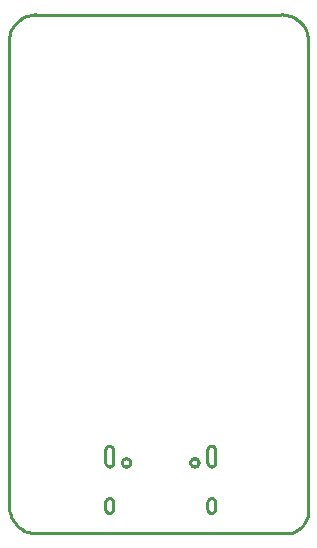
<source format=gbr>
G04 EAGLE Gerber RS-274X export*
G75*
%MOMM*%
%FSLAX34Y34*%
%LPD*%
%IN*%
%IPPOS*%
%AMOC8*
5,1,8,0,0,1.08239X$1,22.5*%
G01*
%ADD10C,0.254000*%


D10*
X1635Y30090D02*
X1503Y28065D01*
X1549Y26037D01*
X1770Y24020D01*
X2167Y22031D01*
X2736Y20083D01*
X3472Y18193D01*
X4371Y16374D01*
X5424Y14640D01*
X6624Y13004D01*
X7963Y11479D01*
X9429Y10077D01*
X11012Y8808D01*
X12700Y7682D01*
X14479Y6707D01*
X16336Y5890D01*
X18258Y5239D01*
X20229Y4758D01*
X22234Y4450D01*
X24259Y4319D01*
X26287Y4364D01*
X24540Y4375D01*
X235080Y4375D01*
X236100Y4329D01*
X237752Y4427D01*
X239390Y4670D01*
X241000Y5053D01*
X242571Y5576D01*
X244090Y6234D01*
X245546Y7022D01*
X246928Y7933D01*
X248225Y8961D01*
X249428Y10099D01*
X250527Y11337D01*
X251513Y12666D01*
X252381Y14076D01*
X253122Y15557D01*
X253731Y17096D01*
X254203Y18682D01*
X254536Y20304D01*
X254635Y21010D01*
X254635Y418670D01*
X254764Y420637D01*
X254721Y422608D01*
X254506Y424567D01*
X254121Y426500D01*
X253570Y428392D01*
X252855Y430229D01*
X251983Y431997D01*
X250961Y433682D01*
X249795Y435272D01*
X248495Y436754D01*
X247071Y438117D01*
X245534Y439350D01*
X243895Y440445D01*
X242167Y441393D01*
X240363Y442187D01*
X238496Y442820D01*
X236582Y443289D01*
X234634Y443588D01*
X232667Y443717D01*
X230696Y443674D01*
X230696Y443674D01*
X228095Y443670D01*
X24365Y443670D01*
X23664Y443719D01*
X21697Y443596D01*
X19748Y443303D01*
X17832Y442840D01*
X15963Y442213D01*
X14157Y441424D01*
X12426Y440482D01*
X10783Y439392D01*
X9242Y438163D01*
X7814Y436805D01*
X6510Y435327D01*
X5339Y433741D01*
X4312Y432059D01*
X3434Y430294D01*
X2714Y428459D01*
X2157Y426569D01*
X1766Y424637D01*
X1635Y423670D01*
X1635Y30090D01*
X169490Y24940D02*
X169502Y24657D01*
X169539Y24376D01*
X169601Y24099D01*
X169686Y23828D01*
X169795Y23567D01*
X169925Y23315D01*
X170078Y23076D01*
X170250Y22851D01*
X170442Y22642D01*
X170651Y22450D01*
X170876Y22278D01*
X171115Y22125D01*
X171367Y21995D01*
X171628Y21886D01*
X171899Y21801D01*
X172176Y21739D01*
X172457Y21702D01*
X172740Y21690D01*
X173023Y21702D01*
X173304Y21739D01*
X173581Y21801D01*
X173852Y21886D01*
X174114Y21995D01*
X174365Y22125D01*
X174604Y22278D01*
X174829Y22450D01*
X175038Y22642D01*
X175230Y22851D01*
X175402Y23076D01*
X175555Y23315D01*
X175686Y23567D01*
X175794Y23828D01*
X175879Y24099D01*
X175941Y24376D01*
X175978Y24657D01*
X175990Y24940D01*
X175990Y30940D01*
X175978Y31223D01*
X175941Y31504D01*
X175879Y31781D01*
X175794Y32052D01*
X175686Y32314D01*
X175555Y32565D01*
X175402Y32804D01*
X175230Y33029D01*
X175038Y33238D01*
X174829Y33430D01*
X174604Y33602D01*
X174365Y33755D01*
X174114Y33886D01*
X173852Y33994D01*
X173581Y34079D01*
X173304Y34141D01*
X173023Y34178D01*
X172740Y34190D01*
X172457Y34178D01*
X172176Y34141D01*
X171899Y34079D01*
X171628Y33994D01*
X171367Y33886D01*
X171115Y33755D01*
X170876Y33602D01*
X170651Y33430D01*
X170442Y33238D01*
X170250Y33029D01*
X170078Y32804D01*
X169925Y32565D01*
X169795Y32314D01*
X169686Y32052D01*
X169601Y31781D01*
X169539Y31504D01*
X169502Y31223D01*
X169490Y30940D01*
X169490Y24940D01*
X83090Y24940D02*
X83102Y24657D01*
X83139Y24376D01*
X83201Y24099D01*
X83286Y23828D01*
X83395Y23567D01*
X83525Y23315D01*
X83678Y23076D01*
X83850Y22851D01*
X84042Y22642D01*
X84251Y22450D01*
X84476Y22278D01*
X84715Y22125D01*
X84967Y21995D01*
X85228Y21886D01*
X85499Y21801D01*
X85776Y21739D01*
X86057Y21702D01*
X86340Y21690D01*
X86623Y21702D01*
X86904Y21739D01*
X87181Y21801D01*
X87452Y21886D01*
X87714Y21995D01*
X87965Y22125D01*
X88204Y22278D01*
X88429Y22450D01*
X88638Y22642D01*
X88830Y22851D01*
X89002Y23076D01*
X89155Y23315D01*
X89286Y23567D01*
X89394Y23828D01*
X89479Y24099D01*
X89541Y24376D01*
X89578Y24657D01*
X89590Y24940D01*
X89590Y30940D01*
X89578Y31223D01*
X89541Y31504D01*
X89479Y31781D01*
X89394Y32052D01*
X89286Y32314D01*
X89155Y32565D01*
X89002Y32804D01*
X88830Y33029D01*
X88638Y33238D01*
X88429Y33430D01*
X88204Y33602D01*
X87965Y33755D01*
X87714Y33886D01*
X87452Y33994D01*
X87181Y34079D01*
X86904Y34141D01*
X86623Y34178D01*
X86340Y34190D01*
X86057Y34178D01*
X85776Y34141D01*
X85499Y34079D01*
X85228Y33994D01*
X84967Y33886D01*
X84715Y33755D01*
X84476Y33602D01*
X84251Y33430D01*
X84042Y33238D01*
X83850Y33029D01*
X83678Y32804D01*
X83525Y32565D01*
X83395Y32314D01*
X83286Y32052D01*
X83201Y31781D01*
X83139Y31504D01*
X83102Y31223D01*
X83090Y30940D01*
X83090Y24940D01*
X169490Y64240D02*
X169502Y63957D01*
X169539Y63676D01*
X169601Y63399D01*
X169686Y63128D01*
X169795Y62867D01*
X169925Y62615D01*
X170078Y62376D01*
X170250Y62151D01*
X170442Y61942D01*
X170651Y61750D01*
X170876Y61578D01*
X171115Y61425D01*
X171367Y61295D01*
X171628Y61186D01*
X171899Y61101D01*
X172176Y61039D01*
X172457Y61002D01*
X172740Y60990D01*
X173023Y61002D01*
X173304Y61039D01*
X173581Y61101D01*
X173852Y61186D01*
X174114Y61295D01*
X174365Y61425D01*
X174604Y61578D01*
X174829Y61750D01*
X175038Y61942D01*
X175230Y62151D01*
X175402Y62376D01*
X175555Y62615D01*
X175686Y62867D01*
X175794Y63128D01*
X175879Y63399D01*
X175941Y63676D01*
X175978Y63957D01*
X175990Y64240D01*
X175990Y75240D01*
X175978Y75523D01*
X175941Y75804D01*
X175879Y76081D01*
X175794Y76352D01*
X175686Y76614D01*
X175555Y76865D01*
X175402Y77104D01*
X175230Y77329D01*
X175038Y77538D01*
X174829Y77730D01*
X174604Y77902D01*
X174365Y78055D01*
X174114Y78186D01*
X173852Y78294D01*
X173581Y78379D01*
X173304Y78441D01*
X173023Y78478D01*
X172740Y78490D01*
X172457Y78478D01*
X172176Y78441D01*
X171899Y78379D01*
X171628Y78294D01*
X171367Y78186D01*
X171115Y78055D01*
X170876Y77902D01*
X170651Y77730D01*
X170442Y77538D01*
X170250Y77329D01*
X170078Y77104D01*
X169925Y76865D01*
X169795Y76614D01*
X169686Y76352D01*
X169601Y76081D01*
X169539Y75804D01*
X169502Y75523D01*
X169490Y75240D01*
X169490Y64240D01*
X83090Y64240D02*
X83102Y63957D01*
X83139Y63676D01*
X83201Y63399D01*
X83286Y63128D01*
X83395Y62867D01*
X83525Y62615D01*
X83678Y62376D01*
X83850Y62151D01*
X84042Y61942D01*
X84251Y61750D01*
X84476Y61578D01*
X84715Y61425D01*
X84967Y61295D01*
X85228Y61186D01*
X85499Y61101D01*
X85776Y61039D01*
X86057Y61002D01*
X86340Y60990D01*
X86623Y61002D01*
X86904Y61039D01*
X87181Y61101D01*
X87452Y61186D01*
X87714Y61295D01*
X87965Y61425D01*
X88204Y61578D01*
X88429Y61750D01*
X88638Y61942D01*
X88830Y62151D01*
X89002Y62376D01*
X89155Y62615D01*
X89286Y62867D01*
X89394Y63128D01*
X89479Y63399D01*
X89541Y63676D01*
X89578Y63957D01*
X89590Y64240D01*
X89590Y75240D01*
X89578Y75523D01*
X89541Y75804D01*
X89479Y76081D01*
X89394Y76352D01*
X89286Y76614D01*
X89155Y76865D01*
X89002Y77104D01*
X88830Y77329D01*
X88638Y77538D01*
X88429Y77730D01*
X88204Y77902D01*
X87965Y78055D01*
X87714Y78186D01*
X87452Y78294D01*
X87181Y78379D01*
X86904Y78441D01*
X86623Y78478D01*
X86340Y78490D01*
X86057Y78478D01*
X85776Y78441D01*
X85499Y78379D01*
X85228Y78294D01*
X84967Y78186D01*
X84715Y78055D01*
X84476Y77902D01*
X84251Y77730D01*
X84042Y77538D01*
X83850Y77329D01*
X83678Y77104D01*
X83525Y76865D01*
X83395Y76614D01*
X83286Y76352D01*
X83201Y76081D01*
X83139Y75804D01*
X83102Y75523D01*
X83090Y75240D01*
X83090Y64240D01*
X104140Y64211D02*
X104080Y63756D01*
X103961Y63313D01*
X103786Y62889D01*
X103556Y62491D01*
X103277Y62127D01*
X102953Y61803D01*
X102589Y61524D01*
X102191Y61294D01*
X101767Y61119D01*
X101324Y61000D01*
X100869Y60940D01*
X100411Y60940D01*
X99956Y61000D01*
X99513Y61119D01*
X99089Y61294D01*
X98691Y61524D01*
X98327Y61803D01*
X98003Y62127D01*
X97724Y62491D01*
X97494Y62889D01*
X97319Y63313D01*
X97200Y63756D01*
X97140Y64211D01*
X97140Y64669D01*
X97200Y65124D01*
X97319Y65567D01*
X97494Y65991D01*
X97724Y66389D01*
X98003Y66753D01*
X98327Y67077D01*
X98691Y67356D01*
X99089Y67586D01*
X99513Y67761D01*
X99956Y67880D01*
X100411Y67940D01*
X100869Y67940D01*
X101324Y67880D01*
X101767Y67761D01*
X102191Y67586D01*
X102589Y67356D01*
X102953Y67077D01*
X103277Y66753D01*
X103556Y66389D01*
X103786Y65991D01*
X103961Y65567D01*
X104080Y65124D01*
X104140Y64669D01*
X104140Y64211D01*
X161940Y64211D02*
X161880Y63756D01*
X161761Y63313D01*
X161586Y62889D01*
X161356Y62491D01*
X161077Y62127D01*
X160753Y61803D01*
X160389Y61524D01*
X159991Y61294D01*
X159567Y61119D01*
X159124Y61000D01*
X158669Y60940D01*
X158211Y60940D01*
X157756Y61000D01*
X157313Y61119D01*
X156889Y61294D01*
X156491Y61524D01*
X156127Y61803D01*
X155803Y62127D01*
X155524Y62491D01*
X155294Y62889D01*
X155119Y63313D01*
X155000Y63756D01*
X154940Y64211D01*
X154940Y64669D01*
X155000Y65124D01*
X155119Y65567D01*
X155294Y65991D01*
X155524Y66389D01*
X155803Y66753D01*
X156127Y67077D01*
X156491Y67356D01*
X156889Y67586D01*
X157313Y67761D01*
X157756Y67880D01*
X158211Y67940D01*
X158669Y67940D01*
X159124Y67880D01*
X159567Y67761D01*
X159991Y67586D01*
X160389Y67356D01*
X160753Y67077D01*
X161077Y66753D01*
X161356Y66389D01*
X161586Y65991D01*
X161761Y65567D01*
X161880Y65124D01*
X161940Y64669D01*
X161940Y64211D01*
M02*

</source>
